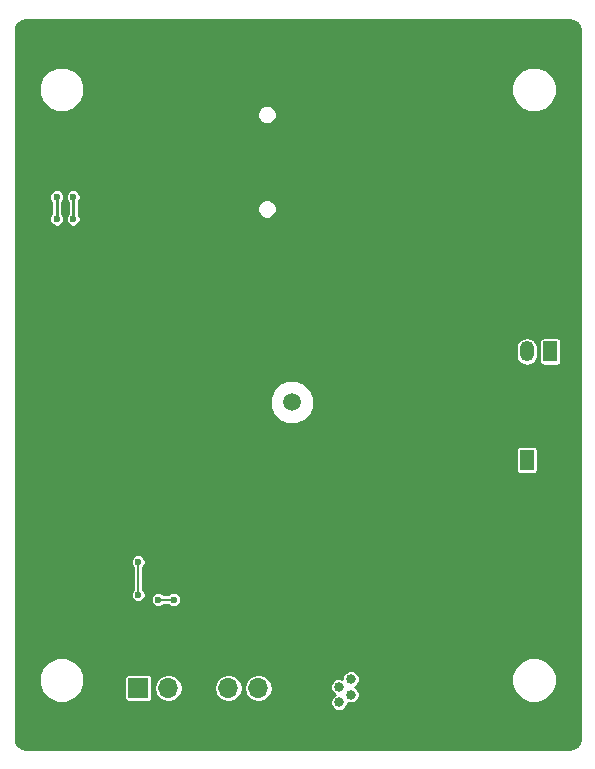
<source format=gbr>
G04 #@! TF.GenerationSoftware,KiCad,Pcbnew,5.0.0+dfsg1-2*
G04 #@! TF.CreationDate,2018-10-30T23:18:40+03:00*
G04 #@! TF.ProjectId,SD_Track,53445F547261636B2E6B696361645F70,2*
G04 #@! TF.SameCoordinates,PX68e7780PY3938700*
G04 #@! TF.FileFunction,Copper,L2,Bot,Signal*
G04 #@! TF.FilePolarity,Positive*
%FSLAX46Y46*%
G04 Gerber Fmt 4.6, Leading zero omitted, Abs format (unit mm)*
G04 Created by KiCad (PCBNEW 5.0.0+dfsg1-2) date Tue Oct 30 23:18:40 2018*
%MOMM*%
%LPD*%
G01*
G04 APERTURE LIST*
G04 #@! TA.AperFunction,ComponentPad*
%ADD10R,1.200000X1.750000*%
G04 #@! TD*
G04 #@! TA.AperFunction,ComponentPad*
%ADD11O,1.200000X1.750000*%
G04 #@! TD*
G04 #@! TA.AperFunction,ComponentPad*
%ADD12R,1.700000X1.700000*%
G04 #@! TD*
G04 #@! TA.AperFunction,ComponentPad*
%ADD13O,1.700000X1.700000*%
G04 #@! TD*
G04 #@! TA.AperFunction,ComponentPad*
%ADD14C,0.840000*%
G04 #@! TD*
G04 #@! TA.AperFunction,ComponentPad*
%ADD15O,1.850000X0.850000*%
G04 #@! TD*
G04 #@! TA.AperFunction,ComponentPad*
%ADD16C,1.500000*%
G04 #@! TD*
G04 #@! TA.AperFunction,ViaPad*
%ADD17C,0.600000*%
G04 #@! TD*
G04 #@! TA.AperFunction,Conductor*
%ADD18C,0.250000*%
G04 #@! TD*
G04 #@! TA.AperFunction,Conductor*
%ADD19C,0.200000*%
G04 #@! TD*
G04 APERTURE END LIST*
D10*
G04 #@! TO.P,BT1,1*
G04 #@! TO.N,4.2V*
X44400000Y-38400000D03*
D11*
G04 #@! TO.P,BT1,2*
G04 #@! TO.N,GND*
X46400000Y-38400000D03*
G04 #@! TD*
D12*
G04 #@! TO.P,CON1,1*
G04 #@! TO.N,swclk*
X11520000Y-57700000D03*
D13*
G04 #@! TO.P,CON1,2*
G04 #@! TO.N,swdio*
X14060000Y-57700000D03*
G04 #@! TO.P,CON1,3*
G04 #@! TO.N,GND*
X16600000Y-57700000D03*
G04 #@! TO.P,CON1,4*
G04 #@! TO.N,3.3V*
X19140000Y-57700000D03*
G04 #@! TO.P,CON1,5*
G04 #@! TO.N,Net-(CON1-Pad5)*
X21680000Y-57700000D03*
G04 #@! TD*
D14*
G04 #@! TO.P,J1,1*
G04 #@! TO.N,5V*
X28500000Y-58900000D03*
G04 #@! TO.P,J1,2*
G04 #@! TO.N,Net-(J1-Pad2)*
X29500000Y-58250000D03*
G04 #@! TO.P,J1,3*
G04 #@! TO.N,Net-(J1-Pad3)*
X28500000Y-57600000D03*
G04 #@! TO.P,J1,4*
G04 #@! TO.N,Net-(J1-Pad4)*
X29500000Y-56950000D03*
G04 #@! TO.P,J1,5*
G04 #@! TO.N,GND*
X28500000Y-56300000D03*
D15*
G04 #@! TO.P,J1,6*
X28720000Y-61175000D03*
X28720000Y-54025000D03*
G04 #@! TD*
D11*
G04 #@! TO.P,SW1,2*
G04 #@! TO.N,3.3V*
X44400000Y-29200000D03*
D10*
G04 #@! TO.P,SW1,1*
G04 #@! TO.N,Net-(C4-Pad1)*
X46400000Y-29200000D03*
G04 #@! TD*
D16*
G04 #@! TO.P,AE1,1*
G04 #@! TO.N,Net-(AE1-Pad1)*
X24500000Y-33500000D03*
G04 #@! TD*
D17*
G04 #@! TO.N,GND*
X22000000Y-22000000D03*
X15400000Y-24700000D03*
X5300000Y-18600000D03*
X7100000Y-15400000D03*
X10800000Y-25900000D03*
X15600000Y-39600000D03*
X46300000Y-50300000D03*
X46450000Y-45950000D03*
X22000000Y-3000000D03*
X39100000Y-49200000D03*
X35600000Y-46500000D03*
X21600000Y-49200000D03*
X37400000Y-34800000D03*
X45000000Y-15100000D03*
X3000000Y-13000000D03*
X11700000Y-61800000D03*
X38500000Y-62000000D03*
X19200000Y-43700000D03*
X32000000Y-32000000D03*
X13900000Y-31500000D03*
X11300000Y-31500000D03*
X10400000Y-35800000D03*
X45900000Y-36400000D03*
X24800000Y-57600000D03*
X15800000Y-36300000D03*
X37800000Y-55100000D03*
X8700000Y-23400000D03*
X15400000Y-45600000D03*
X2200000Y-44600000D03*
X5500000Y-48600000D03*
X8500000Y-42700000D03*
X34200000Y-44000000D03*
X5200000Y-35800000D03*
G04 #@! TO.N,Net-(J2-Pad3)*
X4600000Y-16100000D03*
X4600000Y-18000000D03*
G04 #@! TO.N,Net-(J2-Pad5)*
X6000000Y-16100000D03*
X6000000Y-18000000D03*
G04 #@! TO.N,Net-(R11-Pad2)*
X14500000Y-50200000D03*
X13200000Y-50200000D03*
G04 #@! TO.N,Net-(R15-Pad2)*
X11500000Y-49800000D03*
X11500000Y-47000000D03*
G04 #@! TD*
D18*
G04 #@! TO.N,Net-(J2-Pad3)*
X4600000Y-16100000D02*
X4600000Y-18000000D01*
G04 #@! TO.N,Net-(J2-Pad5)*
X6000000Y-16100000D02*
X6000000Y-18000000D01*
D19*
G04 #@! TO.N,Net-(R11-Pad2)*
X14500000Y-50200000D02*
X13200000Y-50200000D01*
G04 #@! TO.N,Net-(R15-Pad2)*
X11500000Y-49800000D02*
X11500000Y-47000000D01*
G04 #@! TD*
D18*
G04 #@! TO.N,GND*
G36*
X48333910Y-1193867D02*
X48616987Y-1383013D01*
X48806133Y-1666090D01*
X48875000Y-2012310D01*
X48875000Y-61987690D01*
X48806133Y-62333910D01*
X48616987Y-62616987D01*
X48333910Y-62806133D01*
X47987690Y-62875000D01*
X2012310Y-62875000D01*
X1666090Y-62806133D01*
X1383013Y-62616987D01*
X1193867Y-62333910D01*
X1125000Y-61987690D01*
X1125000Y-56617094D01*
X3075000Y-56617094D01*
X3075000Y-57382906D01*
X3368064Y-58090425D01*
X3909575Y-58631936D01*
X4617094Y-58925000D01*
X5382906Y-58925000D01*
X6090425Y-58631936D01*
X6631936Y-58090425D01*
X6925000Y-57382906D01*
X6925000Y-56850000D01*
X10338633Y-56850000D01*
X10338633Y-58550000D01*
X10363857Y-58676809D01*
X10435688Y-58784312D01*
X10543191Y-58856143D01*
X10670000Y-58881367D01*
X12370000Y-58881367D01*
X12496809Y-58856143D01*
X12604312Y-58784312D01*
X12676143Y-58676809D01*
X12701367Y-58550000D01*
X12701367Y-57700000D01*
X12861981Y-57700000D01*
X12953175Y-58158462D01*
X13212873Y-58547127D01*
X13601538Y-58806825D01*
X13944276Y-58875000D01*
X14175724Y-58875000D01*
X14518462Y-58806825D01*
X14907127Y-58547127D01*
X15166825Y-58158462D01*
X15258019Y-57700000D01*
X17941981Y-57700000D01*
X18033175Y-58158462D01*
X18292873Y-58547127D01*
X18681538Y-58806825D01*
X19024276Y-58875000D01*
X19255724Y-58875000D01*
X19598462Y-58806825D01*
X19987127Y-58547127D01*
X20246825Y-58158462D01*
X20338019Y-57700000D01*
X20481981Y-57700000D01*
X20573175Y-58158462D01*
X20832873Y-58547127D01*
X21221538Y-58806825D01*
X21564276Y-58875000D01*
X21795724Y-58875000D01*
X22138462Y-58806825D01*
X22527127Y-58547127D01*
X22786825Y-58158462D01*
X22878019Y-57700000D01*
X22828651Y-57451810D01*
X27755000Y-57451810D01*
X27755000Y-57748190D01*
X27868420Y-58022008D01*
X28077992Y-58231580D01*
X28122461Y-58250000D01*
X28077992Y-58268420D01*
X27868420Y-58477992D01*
X27755000Y-58751810D01*
X27755000Y-59048190D01*
X27868420Y-59322008D01*
X28077992Y-59531580D01*
X28351810Y-59645000D01*
X28648190Y-59645000D01*
X28922008Y-59531580D01*
X29131580Y-59322008D01*
X29245000Y-59048190D01*
X29245000Y-58950758D01*
X29351810Y-58995000D01*
X29648190Y-58995000D01*
X29922008Y-58881580D01*
X30131580Y-58672008D01*
X30245000Y-58398190D01*
X30245000Y-58101810D01*
X30131580Y-57827992D01*
X29922008Y-57618420D01*
X29877539Y-57600000D01*
X29922008Y-57581580D01*
X30131580Y-57372008D01*
X30245000Y-57098190D01*
X30245000Y-56801810D01*
X30168488Y-56617094D01*
X43075000Y-56617094D01*
X43075000Y-57382906D01*
X43368064Y-58090425D01*
X43909575Y-58631936D01*
X44617094Y-58925000D01*
X45382906Y-58925000D01*
X46090425Y-58631936D01*
X46631936Y-58090425D01*
X46925000Y-57382906D01*
X46925000Y-56617094D01*
X46631936Y-55909575D01*
X46090425Y-55368064D01*
X45382906Y-55075000D01*
X44617094Y-55075000D01*
X43909575Y-55368064D01*
X43368064Y-55909575D01*
X43075000Y-56617094D01*
X30168488Y-56617094D01*
X30131580Y-56527992D01*
X29922008Y-56318420D01*
X29648190Y-56205000D01*
X29351810Y-56205000D01*
X29077992Y-56318420D01*
X28868420Y-56527992D01*
X28755000Y-56801810D01*
X28755000Y-56899242D01*
X28648190Y-56855000D01*
X28351810Y-56855000D01*
X28077992Y-56968420D01*
X27868420Y-57177992D01*
X27755000Y-57451810D01*
X22828651Y-57451810D01*
X22786825Y-57241538D01*
X22527127Y-56852873D01*
X22138462Y-56593175D01*
X21795724Y-56525000D01*
X21564276Y-56525000D01*
X21221538Y-56593175D01*
X20832873Y-56852873D01*
X20573175Y-57241538D01*
X20481981Y-57700000D01*
X20338019Y-57700000D01*
X20246825Y-57241538D01*
X19987127Y-56852873D01*
X19598462Y-56593175D01*
X19255724Y-56525000D01*
X19024276Y-56525000D01*
X18681538Y-56593175D01*
X18292873Y-56852873D01*
X18033175Y-57241538D01*
X17941981Y-57700000D01*
X15258019Y-57700000D01*
X15166825Y-57241538D01*
X14907127Y-56852873D01*
X14518462Y-56593175D01*
X14175724Y-56525000D01*
X13944276Y-56525000D01*
X13601538Y-56593175D01*
X13212873Y-56852873D01*
X12953175Y-57241538D01*
X12861981Y-57700000D01*
X12701367Y-57700000D01*
X12701367Y-56850000D01*
X12676143Y-56723191D01*
X12604312Y-56615688D01*
X12496809Y-56543857D01*
X12370000Y-56518633D01*
X10670000Y-56518633D01*
X10543191Y-56543857D01*
X10435688Y-56615688D01*
X10363857Y-56723191D01*
X10338633Y-56850000D01*
X6925000Y-56850000D01*
X6925000Y-56617094D01*
X6631936Y-55909575D01*
X6090425Y-55368064D01*
X5382906Y-55075000D01*
X4617094Y-55075000D01*
X3909575Y-55368064D01*
X3368064Y-55909575D01*
X3075000Y-56617094D01*
X1125000Y-56617094D01*
X1125000Y-46875680D01*
X10875000Y-46875680D01*
X10875000Y-47124320D01*
X10970151Y-47354034D01*
X11075001Y-47458884D01*
X11075000Y-49341117D01*
X10970151Y-49445966D01*
X10875000Y-49675680D01*
X10875000Y-49924320D01*
X10970151Y-50154034D01*
X11145966Y-50329849D01*
X11375680Y-50425000D01*
X11624320Y-50425000D01*
X11854034Y-50329849D01*
X12029849Y-50154034D01*
X12062304Y-50075680D01*
X12575000Y-50075680D01*
X12575000Y-50324320D01*
X12670151Y-50554034D01*
X12845966Y-50729849D01*
X13075680Y-50825000D01*
X13324320Y-50825000D01*
X13554034Y-50729849D01*
X13658883Y-50625000D01*
X14041117Y-50625000D01*
X14145966Y-50729849D01*
X14375680Y-50825000D01*
X14624320Y-50825000D01*
X14854034Y-50729849D01*
X15029849Y-50554034D01*
X15125000Y-50324320D01*
X15125000Y-50075680D01*
X15029849Y-49845966D01*
X14854034Y-49670151D01*
X14624320Y-49575000D01*
X14375680Y-49575000D01*
X14145966Y-49670151D01*
X14041117Y-49775000D01*
X13658883Y-49775000D01*
X13554034Y-49670151D01*
X13324320Y-49575000D01*
X13075680Y-49575000D01*
X12845966Y-49670151D01*
X12670151Y-49845966D01*
X12575000Y-50075680D01*
X12062304Y-50075680D01*
X12125000Y-49924320D01*
X12125000Y-49675680D01*
X12029849Y-49445966D01*
X11925000Y-49341117D01*
X11925000Y-47458883D01*
X12029849Y-47354034D01*
X12125000Y-47124320D01*
X12125000Y-46875680D01*
X12029849Y-46645966D01*
X11854034Y-46470151D01*
X11624320Y-46375000D01*
X11375680Y-46375000D01*
X11145966Y-46470151D01*
X10970151Y-46645966D01*
X10875000Y-46875680D01*
X1125000Y-46875680D01*
X1125000Y-37525000D01*
X43468633Y-37525000D01*
X43468633Y-39275000D01*
X43493857Y-39401809D01*
X43565688Y-39509312D01*
X43673191Y-39581143D01*
X43800000Y-39606367D01*
X45000000Y-39606367D01*
X45126809Y-39581143D01*
X45234312Y-39509312D01*
X45306143Y-39401809D01*
X45331367Y-39275000D01*
X45331367Y-37525000D01*
X45306143Y-37398191D01*
X45234312Y-37290688D01*
X45126809Y-37218857D01*
X45000000Y-37193633D01*
X43800000Y-37193633D01*
X43673191Y-37218857D01*
X43565688Y-37290688D01*
X43493857Y-37398191D01*
X43468633Y-37525000D01*
X1125000Y-37525000D01*
X1125000Y-33127039D01*
X22625000Y-33127039D01*
X22625000Y-33872961D01*
X22910452Y-34562102D01*
X23437898Y-35089548D01*
X24127039Y-35375000D01*
X24872961Y-35375000D01*
X25562102Y-35089548D01*
X26089548Y-34562102D01*
X26375000Y-33872961D01*
X26375000Y-33127039D01*
X26089548Y-32437898D01*
X25562102Y-31910452D01*
X24872961Y-31625000D01*
X24127039Y-31625000D01*
X23437898Y-31910452D01*
X22910452Y-32437898D01*
X22625000Y-33127039D01*
X1125000Y-33127039D01*
X1125000Y-28833900D01*
X43475000Y-28833900D01*
X43475000Y-29566099D01*
X43528670Y-29835916D01*
X43733113Y-30141887D01*
X44039083Y-30346330D01*
X44400000Y-30418121D01*
X44760916Y-30346330D01*
X45066887Y-30141887D01*
X45271330Y-29835917D01*
X45325000Y-29566100D01*
X45325000Y-28833900D01*
X45271330Y-28564083D01*
X45111580Y-28325000D01*
X45468633Y-28325000D01*
X45468633Y-30075000D01*
X45493857Y-30201809D01*
X45565688Y-30309312D01*
X45673191Y-30381143D01*
X45800000Y-30406367D01*
X47000000Y-30406367D01*
X47126809Y-30381143D01*
X47234312Y-30309312D01*
X47306143Y-30201809D01*
X47331367Y-30075000D01*
X47331367Y-28325000D01*
X47306143Y-28198191D01*
X47234312Y-28090688D01*
X47126809Y-28018857D01*
X47000000Y-27993633D01*
X45800000Y-27993633D01*
X45673191Y-28018857D01*
X45565688Y-28090688D01*
X45493857Y-28198191D01*
X45468633Y-28325000D01*
X45111580Y-28325000D01*
X45066887Y-28258113D01*
X44760917Y-28053670D01*
X44400000Y-27981879D01*
X44039084Y-28053670D01*
X43733114Y-28258113D01*
X43528670Y-28564083D01*
X43475000Y-28833900D01*
X1125000Y-28833900D01*
X1125000Y-15975680D01*
X3975000Y-15975680D01*
X3975000Y-16224320D01*
X4070151Y-16454034D01*
X4150000Y-16533883D01*
X4150001Y-17566116D01*
X4070151Y-17645966D01*
X3975000Y-17875680D01*
X3975000Y-18124320D01*
X4070151Y-18354034D01*
X4245966Y-18529849D01*
X4475680Y-18625000D01*
X4724320Y-18625000D01*
X4954034Y-18529849D01*
X5129849Y-18354034D01*
X5225000Y-18124320D01*
X5225000Y-17875680D01*
X5129849Y-17645966D01*
X5050000Y-17566117D01*
X5050000Y-16533883D01*
X5129849Y-16454034D01*
X5225000Y-16224320D01*
X5225000Y-15975680D01*
X5375000Y-15975680D01*
X5375000Y-16224320D01*
X5470151Y-16454034D01*
X5550000Y-16533883D01*
X5550001Y-17566116D01*
X5470151Y-17645966D01*
X5375000Y-17875680D01*
X5375000Y-18124320D01*
X5470151Y-18354034D01*
X5645966Y-18529849D01*
X5875680Y-18625000D01*
X6124320Y-18625000D01*
X6354034Y-18529849D01*
X6529849Y-18354034D01*
X6625000Y-18124320D01*
X6625000Y-17875680D01*
X6529849Y-17645966D01*
X6450000Y-17566117D01*
X6450000Y-16965897D01*
X21575000Y-16965897D01*
X21575000Y-17294103D01*
X21700599Y-17597325D01*
X21932675Y-17829401D01*
X22235897Y-17955000D01*
X22564103Y-17955000D01*
X22867325Y-17829401D01*
X23099401Y-17597325D01*
X23225000Y-17294103D01*
X23225000Y-16965897D01*
X23099401Y-16662675D01*
X22867325Y-16430599D01*
X22564103Y-16305000D01*
X22235897Y-16305000D01*
X21932675Y-16430599D01*
X21700599Y-16662675D01*
X21575000Y-16965897D01*
X6450000Y-16965897D01*
X6450000Y-16533883D01*
X6529849Y-16454034D01*
X6625000Y-16224320D01*
X6625000Y-15975680D01*
X6529849Y-15745966D01*
X6354034Y-15570151D01*
X6124320Y-15475000D01*
X5875680Y-15475000D01*
X5645966Y-15570151D01*
X5470151Y-15745966D01*
X5375000Y-15975680D01*
X5225000Y-15975680D01*
X5129849Y-15745966D01*
X4954034Y-15570151D01*
X4724320Y-15475000D01*
X4475680Y-15475000D01*
X4245966Y-15570151D01*
X4070151Y-15745966D01*
X3975000Y-15975680D01*
X1125000Y-15975680D01*
X1125000Y-8985897D01*
X21575000Y-8985897D01*
X21575000Y-9314103D01*
X21700599Y-9617325D01*
X21932675Y-9849401D01*
X22235897Y-9975000D01*
X22564103Y-9975000D01*
X22867325Y-9849401D01*
X23099401Y-9617325D01*
X23225000Y-9314103D01*
X23225000Y-8985897D01*
X23099401Y-8682675D01*
X22867325Y-8450599D01*
X22564103Y-8325000D01*
X22235897Y-8325000D01*
X21932675Y-8450599D01*
X21700599Y-8682675D01*
X21575000Y-8985897D01*
X1125000Y-8985897D01*
X1125000Y-6617094D01*
X3075000Y-6617094D01*
X3075000Y-7382906D01*
X3368064Y-8090425D01*
X3909575Y-8631936D01*
X4617094Y-8925000D01*
X5382906Y-8925000D01*
X6090425Y-8631936D01*
X6631936Y-8090425D01*
X6925000Y-7382906D01*
X6925000Y-6617094D01*
X43075000Y-6617094D01*
X43075000Y-7382906D01*
X43368064Y-8090425D01*
X43909575Y-8631936D01*
X44617094Y-8925000D01*
X45382906Y-8925000D01*
X46090425Y-8631936D01*
X46631936Y-8090425D01*
X46925000Y-7382906D01*
X46925000Y-6617094D01*
X46631936Y-5909575D01*
X46090425Y-5368064D01*
X45382906Y-5075000D01*
X44617094Y-5075000D01*
X43909575Y-5368064D01*
X43368064Y-5909575D01*
X43075000Y-6617094D01*
X6925000Y-6617094D01*
X6631936Y-5909575D01*
X6090425Y-5368064D01*
X5382906Y-5075000D01*
X4617094Y-5075000D01*
X3909575Y-5368064D01*
X3368064Y-5909575D01*
X3075000Y-6617094D01*
X1125000Y-6617094D01*
X1125000Y-2012310D01*
X1193867Y-1666090D01*
X1383013Y-1383013D01*
X1666090Y-1193867D01*
X2012310Y-1125000D01*
X47987690Y-1125000D01*
X48333910Y-1193867D01*
X48333910Y-1193867D01*
G37*
X48333910Y-1193867D02*
X48616987Y-1383013D01*
X48806133Y-1666090D01*
X48875000Y-2012310D01*
X48875000Y-61987690D01*
X48806133Y-62333910D01*
X48616987Y-62616987D01*
X48333910Y-62806133D01*
X47987690Y-62875000D01*
X2012310Y-62875000D01*
X1666090Y-62806133D01*
X1383013Y-62616987D01*
X1193867Y-62333910D01*
X1125000Y-61987690D01*
X1125000Y-56617094D01*
X3075000Y-56617094D01*
X3075000Y-57382906D01*
X3368064Y-58090425D01*
X3909575Y-58631936D01*
X4617094Y-58925000D01*
X5382906Y-58925000D01*
X6090425Y-58631936D01*
X6631936Y-58090425D01*
X6925000Y-57382906D01*
X6925000Y-56850000D01*
X10338633Y-56850000D01*
X10338633Y-58550000D01*
X10363857Y-58676809D01*
X10435688Y-58784312D01*
X10543191Y-58856143D01*
X10670000Y-58881367D01*
X12370000Y-58881367D01*
X12496809Y-58856143D01*
X12604312Y-58784312D01*
X12676143Y-58676809D01*
X12701367Y-58550000D01*
X12701367Y-57700000D01*
X12861981Y-57700000D01*
X12953175Y-58158462D01*
X13212873Y-58547127D01*
X13601538Y-58806825D01*
X13944276Y-58875000D01*
X14175724Y-58875000D01*
X14518462Y-58806825D01*
X14907127Y-58547127D01*
X15166825Y-58158462D01*
X15258019Y-57700000D01*
X17941981Y-57700000D01*
X18033175Y-58158462D01*
X18292873Y-58547127D01*
X18681538Y-58806825D01*
X19024276Y-58875000D01*
X19255724Y-58875000D01*
X19598462Y-58806825D01*
X19987127Y-58547127D01*
X20246825Y-58158462D01*
X20338019Y-57700000D01*
X20481981Y-57700000D01*
X20573175Y-58158462D01*
X20832873Y-58547127D01*
X21221538Y-58806825D01*
X21564276Y-58875000D01*
X21795724Y-58875000D01*
X22138462Y-58806825D01*
X22527127Y-58547127D01*
X22786825Y-58158462D01*
X22878019Y-57700000D01*
X22828651Y-57451810D01*
X27755000Y-57451810D01*
X27755000Y-57748190D01*
X27868420Y-58022008D01*
X28077992Y-58231580D01*
X28122461Y-58250000D01*
X28077992Y-58268420D01*
X27868420Y-58477992D01*
X27755000Y-58751810D01*
X27755000Y-59048190D01*
X27868420Y-59322008D01*
X28077992Y-59531580D01*
X28351810Y-59645000D01*
X28648190Y-59645000D01*
X28922008Y-59531580D01*
X29131580Y-59322008D01*
X29245000Y-59048190D01*
X29245000Y-58950758D01*
X29351810Y-58995000D01*
X29648190Y-58995000D01*
X29922008Y-58881580D01*
X30131580Y-58672008D01*
X30245000Y-58398190D01*
X30245000Y-58101810D01*
X30131580Y-57827992D01*
X29922008Y-57618420D01*
X29877539Y-57600000D01*
X29922008Y-57581580D01*
X30131580Y-57372008D01*
X30245000Y-57098190D01*
X30245000Y-56801810D01*
X30168488Y-56617094D01*
X43075000Y-56617094D01*
X43075000Y-57382906D01*
X43368064Y-58090425D01*
X43909575Y-58631936D01*
X44617094Y-58925000D01*
X45382906Y-58925000D01*
X46090425Y-58631936D01*
X46631936Y-58090425D01*
X46925000Y-57382906D01*
X46925000Y-56617094D01*
X46631936Y-55909575D01*
X46090425Y-55368064D01*
X45382906Y-55075000D01*
X44617094Y-55075000D01*
X43909575Y-55368064D01*
X43368064Y-55909575D01*
X43075000Y-56617094D01*
X30168488Y-56617094D01*
X30131580Y-56527992D01*
X29922008Y-56318420D01*
X29648190Y-56205000D01*
X29351810Y-56205000D01*
X29077992Y-56318420D01*
X28868420Y-56527992D01*
X28755000Y-56801810D01*
X28755000Y-56899242D01*
X28648190Y-56855000D01*
X28351810Y-56855000D01*
X28077992Y-56968420D01*
X27868420Y-57177992D01*
X27755000Y-57451810D01*
X22828651Y-57451810D01*
X22786825Y-57241538D01*
X22527127Y-56852873D01*
X22138462Y-56593175D01*
X21795724Y-56525000D01*
X21564276Y-56525000D01*
X21221538Y-56593175D01*
X20832873Y-56852873D01*
X20573175Y-57241538D01*
X20481981Y-57700000D01*
X20338019Y-57700000D01*
X20246825Y-57241538D01*
X19987127Y-56852873D01*
X19598462Y-56593175D01*
X19255724Y-56525000D01*
X19024276Y-56525000D01*
X18681538Y-56593175D01*
X18292873Y-56852873D01*
X18033175Y-57241538D01*
X17941981Y-57700000D01*
X15258019Y-57700000D01*
X15166825Y-57241538D01*
X14907127Y-56852873D01*
X14518462Y-56593175D01*
X14175724Y-56525000D01*
X13944276Y-56525000D01*
X13601538Y-56593175D01*
X13212873Y-56852873D01*
X12953175Y-57241538D01*
X12861981Y-57700000D01*
X12701367Y-57700000D01*
X12701367Y-56850000D01*
X12676143Y-56723191D01*
X12604312Y-56615688D01*
X12496809Y-56543857D01*
X12370000Y-56518633D01*
X10670000Y-56518633D01*
X10543191Y-56543857D01*
X10435688Y-56615688D01*
X10363857Y-56723191D01*
X10338633Y-56850000D01*
X6925000Y-56850000D01*
X6925000Y-56617094D01*
X6631936Y-55909575D01*
X6090425Y-55368064D01*
X5382906Y-55075000D01*
X4617094Y-55075000D01*
X3909575Y-55368064D01*
X3368064Y-55909575D01*
X3075000Y-56617094D01*
X1125000Y-56617094D01*
X1125000Y-46875680D01*
X10875000Y-46875680D01*
X10875000Y-47124320D01*
X10970151Y-47354034D01*
X11075001Y-47458884D01*
X11075000Y-49341117D01*
X10970151Y-49445966D01*
X10875000Y-49675680D01*
X10875000Y-49924320D01*
X10970151Y-50154034D01*
X11145966Y-50329849D01*
X11375680Y-50425000D01*
X11624320Y-50425000D01*
X11854034Y-50329849D01*
X12029849Y-50154034D01*
X12062304Y-50075680D01*
X12575000Y-50075680D01*
X12575000Y-50324320D01*
X12670151Y-50554034D01*
X12845966Y-50729849D01*
X13075680Y-50825000D01*
X13324320Y-50825000D01*
X13554034Y-50729849D01*
X13658883Y-50625000D01*
X14041117Y-50625000D01*
X14145966Y-50729849D01*
X14375680Y-50825000D01*
X14624320Y-50825000D01*
X14854034Y-50729849D01*
X15029849Y-50554034D01*
X15125000Y-50324320D01*
X15125000Y-50075680D01*
X15029849Y-49845966D01*
X14854034Y-49670151D01*
X14624320Y-49575000D01*
X14375680Y-49575000D01*
X14145966Y-49670151D01*
X14041117Y-49775000D01*
X13658883Y-49775000D01*
X13554034Y-49670151D01*
X13324320Y-49575000D01*
X13075680Y-49575000D01*
X12845966Y-49670151D01*
X12670151Y-49845966D01*
X12575000Y-50075680D01*
X12062304Y-50075680D01*
X12125000Y-49924320D01*
X12125000Y-49675680D01*
X12029849Y-49445966D01*
X11925000Y-49341117D01*
X11925000Y-47458883D01*
X12029849Y-47354034D01*
X12125000Y-47124320D01*
X12125000Y-46875680D01*
X12029849Y-46645966D01*
X11854034Y-46470151D01*
X11624320Y-46375000D01*
X11375680Y-46375000D01*
X11145966Y-46470151D01*
X10970151Y-46645966D01*
X10875000Y-46875680D01*
X1125000Y-46875680D01*
X1125000Y-37525000D01*
X43468633Y-37525000D01*
X43468633Y-39275000D01*
X43493857Y-39401809D01*
X43565688Y-39509312D01*
X43673191Y-39581143D01*
X43800000Y-39606367D01*
X45000000Y-39606367D01*
X45126809Y-39581143D01*
X45234312Y-39509312D01*
X45306143Y-39401809D01*
X45331367Y-39275000D01*
X45331367Y-37525000D01*
X45306143Y-37398191D01*
X45234312Y-37290688D01*
X45126809Y-37218857D01*
X45000000Y-37193633D01*
X43800000Y-37193633D01*
X43673191Y-37218857D01*
X43565688Y-37290688D01*
X43493857Y-37398191D01*
X43468633Y-37525000D01*
X1125000Y-37525000D01*
X1125000Y-33127039D01*
X22625000Y-33127039D01*
X22625000Y-33872961D01*
X22910452Y-34562102D01*
X23437898Y-35089548D01*
X24127039Y-35375000D01*
X24872961Y-35375000D01*
X25562102Y-35089548D01*
X26089548Y-34562102D01*
X26375000Y-33872961D01*
X26375000Y-33127039D01*
X26089548Y-32437898D01*
X25562102Y-31910452D01*
X24872961Y-31625000D01*
X24127039Y-31625000D01*
X23437898Y-31910452D01*
X22910452Y-32437898D01*
X22625000Y-33127039D01*
X1125000Y-33127039D01*
X1125000Y-28833900D01*
X43475000Y-28833900D01*
X43475000Y-29566099D01*
X43528670Y-29835916D01*
X43733113Y-30141887D01*
X44039083Y-30346330D01*
X44400000Y-30418121D01*
X44760916Y-30346330D01*
X45066887Y-30141887D01*
X45271330Y-29835917D01*
X45325000Y-29566100D01*
X45325000Y-28833900D01*
X45271330Y-28564083D01*
X45111580Y-28325000D01*
X45468633Y-28325000D01*
X45468633Y-30075000D01*
X45493857Y-30201809D01*
X45565688Y-30309312D01*
X45673191Y-30381143D01*
X45800000Y-30406367D01*
X47000000Y-30406367D01*
X47126809Y-30381143D01*
X47234312Y-30309312D01*
X47306143Y-30201809D01*
X47331367Y-30075000D01*
X47331367Y-28325000D01*
X47306143Y-28198191D01*
X47234312Y-28090688D01*
X47126809Y-28018857D01*
X47000000Y-27993633D01*
X45800000Y-27993633D01*
X45673191Y-28018857D01*
X45565688Y-28090688D01*
X45493857Y-28198191D01*
X45468633Y-28325000D01*
X45111580Y-28325000D01*
X45066887Y-28258113D01*
X44760917Y-28053670D01*
X44400000Y-27981879D01*
X44039084Y-28053670D01*
X43733114Y-28258113D01*
X43528670Y-28564083D01*
X43475000Y-28833900D01*
X1125000Y-28833900D01*
X1125000Y-15975680D01*
X3975000Y-15975680D01*
X3975000Y-16224320D01*
X4070151Y-16454034D01*
X4150000Y-16533883D01*
X4150001Y-17566116D01*
X4070151Y-17645966D01*
X3975000Y-17875680D01*
X3975000Y-18124320D01*
X4070151Y-18354034D01*
X4245966Y-18529849D01*
X4475680Y-18625000D01*
X4724320Y-18625000D01*
X4954034Y-18529849D01*
X5129849Y-18354034D01*
X5225000Y-18124320D01*
X5225000Y-17875680D01*
X5129849Y-17645966D01*
X5050000Y-17566117D01*
X5050000Y-16533883D01*
X5129849Y-16454034D01*
X5225000Y-16224320D01*
X5225000Y-15975680D01*
X5375000Y-15975680D01*
X5375000Y-16224320D01*
X5470151Y-16454034D01*
X5550000Y-16533883D01*
X5550001Y-17566116D01*
X5470151Y-17645966D01*
X5375000Y-17875680D01*
X5375000Y-18124320D01*
X5470151Y-18354034D01*
X5645966Y-18529849D01*
X5875680Y-18625000D01*
X6124320Y-18625000D01*
X6354034Y-18529849D01*
X6529849Y-18354034D01*
X6625000Y-18124320D01*
X6625000Y-17875680D01*
X6529849Y-17645966D01*
X6450000Y-17566117D01*
X6450000Y-16965897D01*
X21575000Y-16965897D01*
X21575000Y-17294103D01*
X21700599Y-17597325D01*
X21932675Y-17829401D01*
X22235897Y-17955000D01*
X22564103Y-17955000D01*
X22867325Y-17829401D01*
X23099401Y-17597325D01*
X23225000Y-17294103D01*
X23225000Y-16965897D01*
X23099401Y-16662675D01*
X22867325Y-16430599D01*
X22564103Y-16305000D01*
X22235897Y-16305000D01*
X21932675Y-16430599D01*
X21700599Y-16662675D01*
X21575000Y-16965897D01*
X6450000Y-16965897D01*
X6450000Y-16533883D01*
X6529849Y-16454034D01*
X6625000Y-16224320D01*
X6625000Y-15975680D01*
X6529849Y-15745966D01*
X6354034Y-15570151D01*
X6124320Y-15475000D01*
X5875680Y-15475000D01*
X5645966Y-15570151D01*
X5470151Y-15745966D01*
X5375000Y-15975680D01*
X5225000Y-15975680D01*
X5129849Y-15745966D01*
X4954034Y-15570151D01*
X4724320Y-15475000D01*
X4475680Y-15475000D01*
X4245966Y-15570151D01*
X4070151Y-15745966D01*
X3975000Y-15975680D01*
X1125000Y-15975680D01*
X1125000Y-8985897D01*
X21575000Y-8985897D01*
X21575000Y-9314103D01*
X21700599Y-9617325D01*
X21932675Y-9849401D01*
X22235897Y-9975000D01*
X22564103Y-9975000D01*
X22867325Y-9849401D01*
X23099401Y-9617325D01*
X23225000Y-9314103D01*
X23225000Y-8985897D01*
X23099401Y-8682675D01*
X22867325Y-8450599D01*
X22564103Y-8325000D01*
X22235897Y-8325000D01*
X21932675Y-8450599D01*
X21700599Y-8682675D01*
X21575000Y-8985897D01*
X1125000Y-8985897D01*
X1125000Y-6617094D01*
X3075000Y-6617094D01*
X3075000Y-7382906D01*
X3368064Y-8090425D01*
X3909575Y-8631936D01*
X4617094Y-8925000D01*
X5382906Y-8925000D01*
X6090425Y-8631936D01*
X6631936Y-8090425D01*
X6925000Y-7382906D01*
X6925000Y-6617094D01*
X43075000Y-6617094D01*
X43075000Y-7382906D01*
X43368064Y-8090425D01*
X43909575Y-8631936D01*
X44617094Y-8925000D01*
X45382906Y-8925000D01*
X46090425Y-8631936D01*
X46631936Y-8090425D01*
X46925000Y-7382906D01*
X46925000Y-6617094D01*
X46631936Y-5909575D01*
X46090425Y-5368064D01*
X45382906Y-5075000D01*
X44617094Y-5075000D01*
X43909575Y-5368064D01*
X43368064Y-5909575D01*
X43075000Y-6617094D01*
X6925000Y-6617094D01*
X6631936Y-5909575D01*
X6090425Y-5368064D01*
X5382906Y-5075000D01*
X4617094Y-5075000D01*
X3909575Y-5368064D01*
X3368064Y-5909575D01*
X3075000Y-6617094D01*
X1125000Y-6617094D01*
X1125000Y-2012310D01*
X1193867Y-1666090D01*
X1383013Y-1383013D01*
X1666090Y-1193867D01*
X2012310Y-1125000D01*
X47987690Y-1125000D01*
X48333910Y-1193867D01*
G04 #@! TD*
M02*

</source>
